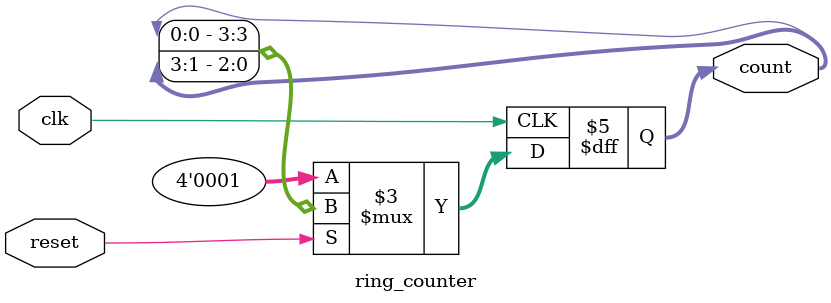
<source format=v>
`timescale 1ns / 1ps
module ring_counter(  clk,
     reset, count );
	 parameter WIDTH=4;
	 input clk,reset;
	 output reg [WIDTH-1:0] count;
	 always@(posedge clk)
begin
if(reset)
count={count[0],count[WIDTH-1:1]};
else 
count=4'b0001;
end
endmodule


</source>
